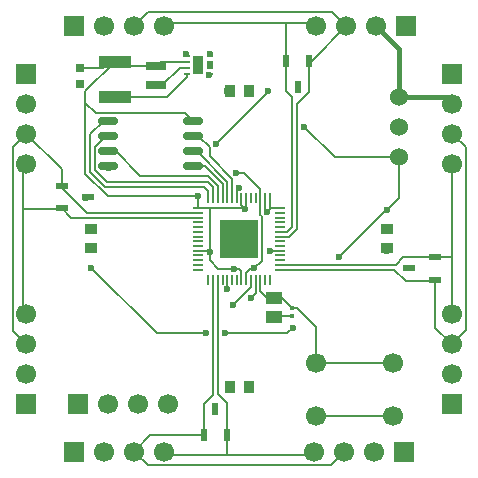
<source format=gbr>
%TF.GenerationSoftware,KiCad,Pcbnew,9.0.6*%
%TF.CreationDate,2025-12-07T19:13:54-08:00*%
%TF.ProjectId,redstone_block,72656473-746f-46e6-955f-626c6f636b2e,rev?*%
%TF.SameCoordinates,Original*%
%TF.FileFunction,Copper,L1,Top*%
%TF.FilePolarity,Positive*%
%FSLAX46Y46*%
G04 Gerber Fmt 4.6, Leading zero omitted, Abs format (unit mm)*
G04 Created by KiCad (PCBNEW 9.0.6) date 2025-12-07 19:13:54*
%MOMM*%
%LPD*%
G01*
G04 APERTURE LIST*
G04 Aperture macros list*
%AMRoundRect*
0 Rectangle with rounded corners*
0 $1 Rounding radius*
0 $2 $3 $4 $5 $6 $7 $8 $9 X,Y pos of 4 corners*
0 Add a 4 corners polygon primitive as box body*
4,1,4,$2,$3,$4,$5,$6,$7,$8,$9,$2,$3,0*
0 Add four circle primitives for the rounded corners*
1,1,$1+$1,$2,$3*
1,1,$1+$1,$4,$5*
1,1,$1+$1,$6,$7*
1,1,$1+$1,$8,$9*
0 Add four rect primitives between the rounded corners*
20,1,$1+$1,$2,$3,$4,$5,0*
20,1,$1+$1,$4,$5,$6,$7,0*
20,1,$1+$1,$6,$7,$8,$9,0*
20,1,$1+$1,$8,$9,$2,$3,0*%
G04 Aperture macros list end*
%TA.AperFunction,ComponentPad*%
%ADD10C,1.524000*%
%TD*%
%TA.AperFunction,SMDPad,CuDef*%
%ADD11R,1.000000X0.950000*%
%TD*%
%TA.AperFunction,SMDPad,CuDef*%
%ADD12R,0.950000X1.000000*%
%TD*%
%TA.AperFunction,ComponentPad*%
%ADD13C,1.700000*%
%TD*%
%TA.AperFunction,SMDPad,CuDef*%
%ADD14RoundRect,0.062500X0.187500X0.062500X-0.187500X0.062500X-0.187500X-0.062500X0.187500X-0.062500X0*%
%TD*%
%TA.AperFunction,HeatsinkPad*%
%ADD15C,0.600000*%
%TD*%
%TA.AperFunction,SMDPad,CuDef*%
%ADD16R,0.900000X1.600000*%
%TD*%
%TA.AperFunction,ComponentPad*%
%ADD17R,1.700000X1.700000*%
%TD*%
%TA.AperFunction,SMDPad,CuDef*%
%ADD18R,0.420000X0.460000*%
%TD*%
%TA.AperFunction,SMDPad,CuDef*%
%ADD19R,1.800000X0.800000*%
%TD*%
%TA.AperFunction,SMDPad,CuDef*%
%ADD20R,1.100000X0.600000*%
%TD*%
%TA.AperFunction,SMDPad,CuDef*%
%ADD21R,0.700000X0.650000*%
%TD*%
%TA.AperFunction,SMDPad,CuDef*%
%ADD22R,2.700000X1.100000*%
%TD*%
%TA.AperFunction,SMDPad,CuDef*%
%ADD23RoundRect,0.162500X-0.650000X-0.162500X0.650000X-0.162500X0.650000X0.162500X-0.650000X0.162500X0*%
%TD*%
%TA.AperFunction,SMDPad,CuDef*%
%ADD24RoundRect,0.050000X-0.387500X-0.050000X0.387500X-0.050000X0.387500X0.050000X-0.387500X0.050000X0*%
%TD*%
%TA.AperFunction,SMDPad,CuDef*%
%ADD25RoundRect,0.050000X-0.050000X-0.387500X0.050000X-0.387500X0.050000X0.387500X-0.050000X0.387500X0*%
%TD*%
%TA.AperFunction,HeatsinkPad*%
%ADD26R,3.200000X3.200000*%
%TD*%
%TA.AperFunction,SMDPad,CuDef*%
%ADD27R,1.470000X1.020000*%
%TD*%
%TA.AperFunction,SMDPad,CuDef*%
%ADD28R,0.600000X1.100000*%
%TD*%
%TA.AperFunction,ViaPad*%
%ADD29C,0.600000*%
%TD*%
%TA.AperFunction,Conductor*%
%ADD30C,0.200000*%
%TD*%
%TA.AperFunction,Conductor*%
%ADD31C,0.400000*%
%TD*%
G04 APERTURE END LIST*
D10*
%TO.P,5v,1,Vin*%
%TO.N,VCC*%
X148500000Y-43000000D03*
%TO.P,5v,2,GND*%
%TO.N,GND*%
X148500000Y-45540000D03*
%TO.P,5v,3,Vout*%
%TO.N,/5V_LOCAL*%
X148500000Y-48080000D03*
%TD*%
D11*
%TO.P,D2,1,K*%
%TO.N,GND*%
X147500000Y-55800000D03*
%TO.P,D2,2,A*%
%TO.N,Net-(D2-A)*%
X147500000Y-54200000D03*
%TD*%
%TO.P,D4,1,K*%
%TO.N,GND*%
X122500000Y-54200000D03*
%TO.P,D4,2,A*%
%TO.N,Net-(D4-A)*%
X122500000Y-55800000D03*
%TD*%
D12*
%TO.P,D3,1,K*%
%TO.N,GND*%
X135800000Y-67500000D03*
%TO.P,D3,2,A*%
%TO.N,Net-(D3-A)*%
X134200000Y-67500000D03*
%TD*%
D13*
%TO.P,SW1,1,A*%
%TO.N,/3.3V_LOCAL*%
X148000000Y-70000000D03*
X141500000Y-70000000D03*
%TO.P,SW1,2,B*%
%TO.N,Net-(SW1-B)*%
X148000000Y-65500000D03*
X141500000Y-65500000D03*
%TD*%
D14*
%TO.P,U3,1,PGND*%
%TO.N,GND*%
X132500000Y-41000000D03*
%TO.P,U3,2,VIN*%
%TO.N,/5V_LOCAL*%
X132500000Y-40500000D03*
%TO.P,U3,3,EN*%
X132500000Y-40000000D03*
%TO.P,U3,4,AGND*%
%TO.N,GND*%
X132500000Y-39500000D03*
%TO.P,U3,5,FB*%
X130600000Y-39500000D03*
%TO.P,U3,6,VOS*%
%TO.N,/3.3V_LOCAL*%
X130600000Y-40000000D03*
%TO.P,U3,7,SW*%
%TO.N,Net-(U3-SW)*%
X130600000Y-40500000D03*
%TO.P,U3,8,PG*%
%TO.N,Net-(U3-PG)*%
X130600000Y-41000000D03*
D15*
%TO.P,U3,9,PAD*%
%TO.N,GND*%
X131550000Y-40750000D03*
D16*
X131550000Y-40250000D03*
D15*
X131550000Y-39750000D03*
%TD*%
D17*
%TO.P,J9,1,Pin_1*%
%TO.N,GND*%
X121380000Y-69000000D03*
D13*
%TO.P,J9,2,Pin_2*%
%TO.N,Net-(J9-Pin_2)*%
X123920000Y-69000000D03*
%TO.P,J9,3,Pin_3*%
%TO.N,Net-(J9-Pin_3)*%
X126460000Y-69000000D03*
%TO.P,J9,4,Pin_4*%
%TO.N,/3.3V_LOCAL*%
X129000000Y-69000000D03*
%TD*%
D18*
%TO.P,C7,1,1*%
%TO.N,Net-(SW1-B)*%
X139500000Y-60840000D03*
%TO.P,C7,2,2*%
%TO.N,GND*%
X139500000Y-61500000D03*
%TD*%
D17*
%TO.P,J8,1,Pin_1*%
%TO.N,GND*%
X116975000Y-69000000D03*
D13*
%TO.P,J8,2,Pin_2*%
%TO.N,VCC*%
X116975000Y-66460000D03*
%TO.P,J8,3,Pin_3*%
%TO.N,/W_TX*%
X116975000Y-63920000D03*
%TO.P,J8,4,Pin_4*%
%TO.N,/W_RX*%
X116975000Y-61380000D03*
%TD*%
D17*
%TO.P,J4,1,Pin_1*%
%TO.N,GND*%
X153000000Y-69000000D03*
D13*
%TO.P,J4,2,Pin_2*%
%TO.N,VCC*%
X153000000Y-66460000D03*
%TO.P,J4,3,Pin_3*%
%TO.N,/E_TX*%
X153000000Y-63920000D03*
%TO.P,J4,4,Pin_4*%
%TO.N,/E_RX*%
X153000000Y-61380000D03*
%TD*%
D19*
%TO.P,L1,1,1*%
%TO.N,/3.3V_LOCAL*%
X128000000Y-40400000D03*
%TO.P,L1,2,2*%
%TO.N,Net-(U3-SW)*%
X128000000Y-42000000D03*
%TD*%
D20*
%TO.P,D18,1,K1*%
%TO.N,/E_TX*%
X151600000Y-58450000D03*
%TO.P,D18,2,K2*%
%TO.N,/E_RX*%
X151600000Y-56550000D03*
%TO.P,D18,3,COM_A*%
%TO.N,GND*%
X149400000Y-57500000D03*
%TD*%
D12*
%TO.P,D1,1,K*%
%TO.N,GND*%
X134200000Y-42500000D03*
%TO.P,D1,2,A*%
%TO.N,Net-(D1-A)*%
X135800000Y-42500000D03*
%TD*%
D17*
%TO.P,J1,1,Pin_1*%
%TO.N,GND*%
X121000000Y-37000000D03*
D13*
%TO.P,J1,2,Pin_2*%
%TO.N,VCC*%
X123540000Y-37000000D03*
%TO.P,J1,3,Pin_3*%
%TO.N,/N_TX*%
X126080000Y-37000000D03*
%TO.P,J1,4,Pin_4*%
%TO.N,/N_RX*%
X128620000Y-37000000D03*
%TD*%
D21*
%TO.P,C5,1,1*%
%TO.N,/3.3V_LOCAL*%
X121500000Y-40500000D03*
%TO.P,C5,2,2*%
%TO.N,GND*%
X121500000Y-41850000D03*
%TD*%
D22*
%TO.P,100k,1*%
%TO.N,/3.3V_LOCAL*%
X124500000Y-40000000D03*
%TO.P,100k,2*%
%TO.N,Net-(U3-PG)*%
X124500000Y-43000000D03*
%TD*%
D17*
%TO.P,J2,1,Pin_1*%
%TO.N,GND*%
X149120000Y-37000000D03*
D13*
%TO.P,J2,2,Pin_2*%
%TO.N,VCC*%
X146580000Y-37000000D03*
%TO.P,J2,3,Pin_3*%
%TO.N,/N_TX*%
X144040000Y-37000000D03*
%TO.P,J2,4,Pin_4*%
%TO.N,/N_RX*%
X141500000Y-37000000D03*
%TD*%
D20*
%TO.P,D21,1,K1*%
%TO.N,/W_TX*%
X120000000Y-50500000D03*
%TO.P,D21,2,K2*%
%TO.N,/W_RX*%
X120000000Y-52400000D03*
%TO.P,D21,3,COM_A*%
%TO.N,GND*%
X122200000Y-51450000D03*
%TD*%
D23*
%TO.P,MEM,1,~{CS}*%
%TO.N,Net-(U1-QSPI_SS)*%
X123912500Y-45000000D03*
%TO.P,MEM,2,DO/IO_{1}*%
%TO.N,Net-(U1-QSPI_SD1)*%
X123912500Y-46270000D03*
%TO.P,MEM,3,~{WP}/IO_{2}*%
%TO.N,Net-(U1-QSPI_SD2)*%
X123912500Y-47540000D03*
%TO.P,MEM,4,GND*%
%TO.N,GND*%
X123912500Y-48810000D03*
%TO.P,MEM,5,DI/IO_{0}*%
%TO.N,Net-(U1-QSPI_SD0)*%
X131087500Y-48810000D03*
%TO.P,MEM,6,CLK*%
%TO.N,Net-(U1-QSPI_SCLK)*%
X131087500Y-47540000D03*
%TO.P,MEM,7,~{HOLD}/~{RESET}/IO_{3}*%
%TO.N,Net-(U1-QSPI_SD3)*%
X131087500Y-46270000D03*
%TO.P,MEM,8,VCC*%
%TO.N,/3.3V_LOCAL*%
X131087500Y-45000000D03*
%TD*%
D17*
%TO.P,J6,1,Pin_1*%
%TO.N,GND*%
X149000000Y-73025000D03*
D13*
%TO.P,J6,2,Pin_2*%
%TO.N,VCC*%
X146460000Y-73025000D03*
%TO.P,J6,3,Pin_3*%
%TO.N,/S_TX*%
X143920000Y-73025000D03*
%TO.P,J6,4,Pin_4*%
%TO.N,/S_RX*%
X141380000Y-73025000D03*
%TD*%
D24*
%TO.P,U1,1,IOVDD*%
%TO.N,/3.3V_LOCAL*%
X131562500Y-52400000D03*
%TO.P,U1,2,GPIO0*%
%TO.N,/W_TX*%
X131562500Y-52800001D03*
%TO.P,U1,3,GPIO1*%
%TO.N,/W_RX*%
X131562500Y-53200000D03*
%TO.P,U1,4,GPIO2*%
%TO.N,unconnected-(U1-GPIO2-Pad4)*%
X131562500Y-53600000D03*
%TO.P,U1,5,GPIO3*%
%TO.N,unconnected-(U1-GPIO3-Pad5)*%
X131562500Y-54000000D03*
%TO.P,U1,6,GPIO4*%
%TO.N,unconnected-(U1-GPIO4-Pad6)*%
X131562500Y-54399999D03*
%TO.P,U1,7,GPIO5*%
%TO.N,unconnected-(U1-GPIO5-Pad7)*%
X131562500Y-54800000D03*
%TO.P,U1,8,GPIO6*%
%TO.N,unconnected-(U1-GPIO6-Pad8)*%
X131562500Y-55200000D03*
%TO.P,U1,9,GPIO7*%
%TO.N,unconnected-(U1-GPIO7-Pad9)*%
X131562500Y-55600001D03*
%TO.P,U1,10,IOVDD*%
%TO.N,/3.3V_LOCAL*%
X131562500Y-56000000D03*
%TO.P,U1,11,GPIO8*%
%TO.N,unconnected-(U1-GPIO8-Pad11)*%
X131562500Y-56400000D03*
%TO.P,U1,12,GPIO9*%
%TO.N,unconnected-(U1-GPIO9-Pad12)*%
X131562500Y-56800000D03*
%TO.P,U1,13,GPIO10*%
%TO.N,unconnected-(U1-GPIO10-Pad13)*%
X131562500Y-57199999D03*
%TO.P,U1,14,GPIO11*%
%TO.N,unconnected-(U1-GPIO11-Pad14)*%
X131562500Y-57600000D03*
D25*
%TO.P,U1,15,GPIO12*%
%TO.N,unconnected-(U1-GPIO12-Pad15)*%
X132400000Y-58437500D03*
%TO.P,U1,16,GPIO13*%
%TO.N,/S_TX*%
X132800001Y-58437500D03*
%TO.P,U1,17,GPIO14*%
%TO.N,/S_RX*%
X133200000Y-58437500D03*
%TO.P,U1,18,GPIO15*%
%TO.N,unconnected-(U1-GPIO15-Pad18)*%
X133600000Y-58437500D03*
%TO.P,U1,19,TESTEN*%
%TO.N,GND*%
X134000000Y-58437500D03*
%TO.P,U1,20,XIN*%
%TO.N,unconnected-(U1-XIN-Pad20)*%
X134399999Y-58437500D03*
%TO.P,U1,21,XOUT*%
%TO.N,unconnected-(U1-XOUT-Pad21)*%
X134800000Y-58437500D03*
%TO.P,U1,22,IOVDD*%
%TO.N,/3.3V_LOCAL*%
X135200000Y-58437500D03*
%TO.P,U1,23,DVDD*%
%TO.N,Net-(U1-VREG_VOUT)*%
X135600001Y-58437500D03*
%TO.P,U1,24,SWCLK*%
%TO.N,Net-(J9-Pin_3)*%
X136000000Y-58437500D03*
%TO.P,U1,25,SWD*%
%TO.N,Net-(J9-Pin_2)*%
X136400000Y-58437500D03*
%TO.P,U1,26,RUN*%
%TO.N,Net-(SW1-B)*%
X136800000Y-58437500D03*
%TO.P,U1,27,GPIO16*%
%TO.N,unconnected-(U1-GPIO16-Pad27)*%
X137199999Y-58437500D03*
%TO.P,U1,28,GPIO17*%
%TO.N,unconnected-(U1-GPIO17-Pad28)*%
X137600000Y-58437500D03*
D24*
%TO.P,U1,29,GPIO18*%
%TO.N,/E_TX*%
X138437500Y-57600000D03*
%TO.P,U1,30,GPIO19*%
%TO.N,/E_RX*%
X138437500Y-57199999D03*
%TO.P,U1,31,GPIO20*%
%TO.N,unconnected-(U1-GPIO20-Pad31)*%
X138437500Y-56800000D03*
%TO.P,U1,32,GPIO21*%
%TO.N,unconnected-(U1-GPIO21-Pad32)*%
X138437500Y-56400000D03*
%TO.P,U1,33,IOVDD*%
%TO.N,/3.3V_LOCAL*%
X138437500Y-56000000D03*
%TO.P,U1,34,GPIO22*%
%TO.N,unconnected-(U1-GPIO22-Pad34)*%
X138437500Y-55600001D03*
%TO.P,U1,35,GPIO23*%
%TO.N,unconnected-(U1-GPIO23-Pad35)*%
X138437500Y-55200000D03*
%TO.P,U1,36,GPIO24*%
%TO.N,/N_TX*%
X138437500Y-54800000D03*
%TO.P,U1,37,GPIO25*%
%TO.N,/N_RX*%
X138437500Y-54399999D03*
%TO.P,U1,38,GPIO26_ADC0*%
%TO.N,unconnected-(U1-GPIO26_ADC0-Pad38)*%
X138437500Y-54000000D03*
%TO.P,U1,39,GPIO27_ADC1*%
%TO.N,unconnected-(U1-GPIO27_ADC1-Pad39)*%
X138437500Y-53600000D03*
%TO.P,U1,40,GPIO28_ADC2*%
%TO.N,unconnected-(U1-GPIO28_ADC2-Pad40)*%
X138437500Y-53200000D03*
%TO.P,U1,41,GPIO29_ADC3*%
%TO.N,unconnected-(U1-GPIO29_ADC3-Pad41)*%
X138437500Y-52800001D03*
%TO.P,U1,42,IOVDD*%
%TO.N,/3.3V_LOCAL*%
X138437500Y-52400000D03*
D25*
%TO.P,U1,43,ADC_AVDD*%
X137600000Y-51562500D03*
%TO.P,U1,44,VREG_IN*%
X137199999Y-51562500D03*
%TO.P,U1,45,VREG_VOUT*%
%TO.N,Net-(U1-VREG_VOUT)*%
X136800000Y-51562500D03*
%TO.P,U1,46,USB_DM*%
%TO.N,unconnected-(U1-USB_DM-Pad46)*%
X136400000Y-51562500D03*
%TO.P,U1,47,USB_DP*%
%TO.N,unconnected-(U1-USB_DP-Pad47)*%
X136000000Y-51562500D03*
%TO.P,U1,48,USB_VDD*%
%TO.N,/3.3V_LOCAL*%
X135600001Y-51562500D03*
%TO.P,U1,49,IOVDD*%
X135200000Y-51562500D03*
%TO.P,U1,50,DVDD*%
%TO.N,Net-(U1-VREG_VOUT)*%
X134800000Y-51562500D03*
%TO.P,U1,51,QSPI_SD3*%
%TO.N,Net-(U1-QSPI_SD3)*%
X134399999Y-51562500D03*
%TO.P,U1,52,QSPI_SCLK*%
%TO.N,Net-(U1-QSPI_SCLK)*%
X134000000Y-51562500D03*
%TO.P,U1,53,QSPI_SD0*%
%TO.N,Net-(U1-QSPI_SD0)*%
X133600000Y-51562500D03*
%TO.P,U1,54,QSPI_SD2*%
%TO.N,Net-(U1-QSPI_SD2)*%
X133200000Y-51562500D03*
%TO.P,U1,55,QSPI_SD1*%
%TO.N,Net-(U1-QSPI_SD1)*%
X132800001Y-51562500D03*
%TO.P,U1,56,QSPI_SS*%
%TO.N,Net-(U1-QSPI_SS)*%
X132400000Y-51562500D03*
D26*
%TO.P,U1,57,GND*%
%TO.N,GND*%
X135000000Y-55000000D03*
%TD*%
D27*
%TO.P,C6,1,1*%
%TO.N,Net-(SW1-B)*%
X138000000Y-60000000D03*
%TO.P,C6,2,2*%
%TO.N,GND*%
X138000000Y-61600000D03*
%TD*%
D17*
%TO.P,J5,1,Pin_1*%
%TO.N,GND*%
X121000000Y-73000000D03*
D13*
%TO.P,J5,2,Pin_2*%
%TO.N,VCC*%
X123540000Y-73000000D03*
%TO.P,J5,3,Pin_3*%
%TO.N,/S_TX*%
X126080000Y-73000000D03*
%TO.P,J5,4,Pin_4*%
%TO.N,/S_RX*%
X128620000Y-73000000D03*
%TD*%
D28*
%TO.P,D17,1,K1*%
%TO.N,/N_TX*%
X140900000Y-39900000D03*
%TO.P,D17,2,K2*%
%TO.N,/N_RX*%
X139000000Y-39900000D03*
%TO.P,D17,3,COM_A*%
%TO.N,GND*%
X139950000Y-42100000D03*
%TD*%
%TO.P,D20,1,K1*%
%TO.N,/S_TX*%
X132050000Y-71600000D03*
%TO.P,D20,2,K2*%
%TO.N,/S_RX*%
X133950000Y-71600000D03*
%TO.P,D20,3,COM_A*%
%TO.N,GND*%
X133000000Y-69400000D03*
%TD*%
D17*
%TO.P,J7,1,Pin_1*%
%TO.N,GND*%
X117000000Y-41000000D03*
D13*
%TO.P,J7,2,Pin_2*%
%TO.N,VCC*%
X117000000Y-43540000D03*
%TO.P,J7,3,Pin_3*%
%TO.N,/W_TX*%
X117000000Y-46080000D03*
%TO.P,J7,4,Pin_4*%
%TO.N,/W_RX*%
X117000000Y-48620000D03*
%TD*%
D17*
%TO.P,J3,1,Pin_1*%
%TO.N,GND*%
X153025000Y-41000000D03*
D13*
%TO.P,J3,2,Pin_2*%
%TO.N,VCC*%
X153025000Y-43540000D03*
%TO.P,J3,3,Pin_3*%
%TO.N,/E_TX*%
X153025000Y-46080000D03*
%TO.P,J3,4,Pin_4*%
%TO.N,/E_RX*%
X153025000Y-48620000D03*
%TD*%
D29*
%TO.N,/5V_LOCAL*%
X132200001Y-63000000D03*
X133036657Y-46981671D03*
X122500000Y-57450000D03*
X132580000Y-40280000D03*
X139600000Y-62500000D03*
X140501000Y-45500000D03*
X143500000Y-56500000D03*
X133800000Y-63000000D03*
X137450000Y-42500000D03*
X147500000Y-52550000D03*
%TO.N,GND*%
X135000000Y-56000000D03*
X132538845Y-39375000D03*
X134000000Y-42500000D03*
X132461137Y-41125000D03*
X134000000Y-54000000D03*
X149400000Y-57500000D03*
X134000000Y-56000000D03*
X136000000Y-55000000D03*
X136000000Y-56000000D03*
X122500000Y-54000000D03*
X122000000Y-51500000D03*
X135000000Y-55000000D03*
X133990306Y-59257819D03*
X135000000Y-54000000D03*
X130503362Y-39375000D03*
X136000000Y-54000000D03*
X121500000Y-42000000D03*
X134000000Y-55000000D03*
X147500000Y-56000000D03*
X138000000Y-61500000D03*
X139950000Y-42100000D03*
X124000000Y-49000000D03*
X136000000Y-67500000D03*
X133000000Y-69500000D03*
%TO.N,/3.3V_LOCAL*%
X137400000Y-52700000D03*
X134533207Y-57506166D03*
X132500000Y-56100000D03*
X131500000Y-51400000D03*
X137624698Y-56000134D03*
X135500000Y-52429998D03*
%TO.N,Net-(U1-VREG_VOUT)*%
X134770000Y-49421471D03*
X134999999Y-50645229D03*
X136300000Y-57500000D03*
%TO.N,Net-(D1-A)*%
X135800000Y-42500000D03*
%TO.N,Net-(D2-A)*%
X147500000Y-54200000D03*
%TO.N,Net-(D3-A)*%
X134200000Y-67500000D03*
%TO.N,Net-(D4-A)*%
X122500000Y-55800000D03*
%TO.N,Net-(J9-Pin_3)*%
X134500000Y-60600000D03*
%TO.N,Net-(J9-Pin_2)*%
X136000000Y-60000000D03*
%TD*%
D30*
%TO.N,/5V_LOCAL*%
X132500000Y-40000000D02*
X132500000Y-40500000D01*
X137450000Y-42568328D02*
X137450000Y-42500000D01*
X132500000Y-40360000D02*
X132580000Y-40280000D01*
X133800000Y-63000000D02*
X139100000Y-63000000D01*
X147500000Y-52550000D02*
X147450000Y-52550000D01*
X143081000Y-48080000D02*
X140501000Y-45500000D01*
X132200001Y-63000000D02*
X128050000Y-63000000D01*
X148500000Y-48080000D02*
X143081000Y-48080000D01*
X132500000Y-40500000D02*
X132500000Y-40360000D01*
X147450000Y-52550000D02*
X143500000Y-56500000D01*
X133036657Y-46981671D02*
X137450000Y-42568328D01*
X139100000Y-63000000D02*
X139600000Y-62500000D01*
X148500000Y-48080000D02*
X148500000Y-51550000D01*
X128050000Y-63000000D02*
X122500000Y-57450000D01*
X148500000Y-51550000D02*
X147500000Y-52550000D01*
%TO.N,GND*%
X122050000Y-51450000D02*
X122000000Y-51500000D01*
X139500000Y-61500000D02*
X138100000Y-61500000D01*
X123912500Y-48912500D02*
X124000000Y-49000000D01*
X122200000Y-51450000D02*
X122050000Y-51450000D01*
X133000000Y-69400000D02*
X133000000Y-69500000D01*
X134000000Y-59248125D02*
X133990306Y-59257819D01*
X138100000Y-61500000D02*
X138000000Y-61600000D01*
X147500000Y-55800000D02*
X147500000Y-56000000D01*
X132500000Y-39413845D02*
X132538845Y-39375000D01*
X130600000Y-39500000D02*
X130600000Y-39471638D01*
X121500000Y-41850000D02*
X121500000Y-42000000D01*
X138000000Y-61600000D02*
X138000000Y-61500000D01*
X123912500Y-48810000D02*
X123912500Y-48912500D01*
X134200000Y-42500000D02*
X134000000Y-42500000D01*
X122500000Y-54200000D02*
X122500000Y-54000000D01*
X134000000Y-58437500D02*
X134000000Y-59248125D01*
X135800000Y-67500000D02*
X136000000Y-67500000D01*
X132500000Y-39500000D02*
X132500000Y-39413845D01*
X132500000Y-41086137D02*
X132461137Y-41125000D01*
X132500000Y-41000000D02*
X132500000Y-41086137D01*
X130600000Y-39471638D02*
X130503362Y-39375000D01*
%TO.N,/3.3V_LOCAL*%
X132500000Y-56100000D02*
X132500000Y-52400000D01*
X135600001Y-51562500D02*
X135600001Y-52329997D01*
X131562500Y-52400000D02*
X132500000Y-52400000D01*
X135600001Y-52329997D02*
X135500000Y-52429998D01*
X124500000Y-40000000D02*
X124000000Y-40000000D01*
X132500000Y-56810000D02*
X133196166Y-57506166D01*
X135470002Y-52400000D02*
X135500000Y-52429998D01*
X131562500Y-56000000D02*
X132400000Y-56000000D01*
X124000000Y-40000000D02*
X123500000Y-40500000D01*
X133196166Y-57506166D02*
X134533207Y-57506166D01*
X132500000Y-52400000D02*
X135470002Y-52400000D01*
X141500000Y-70000000D02*
X148000000Y-70000000D01*
X135200000Y-52129998D02*
X135500000Y-52429998D01*
X137199999Y-52499999D02*
X137400000Y-52700000D01*
X138437500Y-52400000D02*
X137700000Y-52400000D01*
X137199999Y-51562500D02*
X137199999Y-52499999D01*
X123500000Y-40500000D02*
X121500000Y-40500000D01*
X131562500Y-51462500D02*
X131500000Y-51400000D01*
X128400000Y-40000000D02*
X130600000Y-40000000D01*
X121997000Y-42503000D02*
X124500000Y-40000000D01*
X137600000Y-51562500D02*
X137600000Y-52500000D01*
X122871000Y-44374000D02*
X121997000Y-43500000D01*
X137700000Y-52400000D02*
X137400000Y-52700000D01*
X121997000Y-49501190D02*
X121997000Y-43500000D01*
X128000000Y-40400000D02*
X124900000Y-40400000D01*
X131087500Y-45000000D02*
X130461500Y-44374000D01*
X130461500Y-44374000D02*
X122871000Y-44374000D01*
X131500000Y-51400000D02*
X123895810Y-51400000D01*
X135200000Y-57700000D02*
X135006166Y-57506166D01*
X121997000Y-43500000D02*
X121997000Y-42503000D01*
X135200000Y-58437500D02*
X135200000Y-57700000D01*
X138437500Y-56000000D02*
X137624832Y-56000000D01*
X132500000Y-56100000D02*
X132500000Y-56810000D01*
X137624832Y-56000000D02*
X137624698Y-56000134D01*
X135006166Y-57506166D02*
X134533207Y-57506166D01*
X131562500Y-52400000D02*
X131562500Y-51462500D01*
X137600000Y-52500000D02*
X137400000Y-52700000D01*
X123895810Y-51400000D02*
X121997000Y-49501190D01*
X124900000Y-40400000D02*
X124500000Y-40000000D01*
X132400000Y-56000000D02*
X132500000Y-56100000D01*
X128000000Y-40400000D02*
X128400000Y-40000000D01*
X135200000Y-51562500D02*
X135200000Y-52129998D01*
D31*
%TO.N,VCC*%
X152485000Y-43000000D02*
X153025000Y-43540000D01*
X148500000Y-43000000D02*
X148500000Y-38920000D01*
X148500000Y-43000000D02*
X152485000Y-43000000D01*
X148500000Y-38920000D02*
X146580000Y-37000000D01*
D30*
%TO.N,Net-(U1-VREG_VOUT)*%
X136300000Y-57500000D02*
X136302000Y-57500000D01*
X135600001Y-57899999D02*
X136000000Y-57500000D01*
X136000000Y-57500000D02*
X136300000Y-57500000D01*
X136800000Y-52998000D02*
X136901000Y-53099000D01*
X136901000Y-53099000D02*
X136901000Y-56901000D01*
X136800000Y-51562500D02*
X136800000Y-50800000D01*
X134800000Y-51562500D02*
X134800000Y-50845228D01*
X136800000Y-50800000D02*
X135421471Y-49421471D01*
X136800000Y-51562500D02*
X136800000Y-52998000D01*
X134800000Y-50845228D02*
X134999999Y-50645229D01*
X135600001Y-58437500D02*
X135600001Y-57899999D01*
X135421471Y-49421471D02*
X134770000Y-49421471D01*
X136302000Y-57500000D02*
X136901000Y-56901000D01*
%TO.N,/N_RX*%
X139000000Y-42500000D02*
X139500000Y-43000000D01*
X139500000Y-54000000D02*
X139100001Y-54399999D01*
X139000000Y-39900000D02*
X139000000Y-36699000D01*
X141199000Y-36699000D02*
X141500000Y-37000000D01*
X139100001Y-54399999D02*
X138437500Y-54399999D01*
X139000000Y-36699000D02*
X128921000Y-36699000D01*
X128921000Y-36699000D02*
X128620000Y-37000000D01*
X139000000Y-39900000D02*
X139000000Y-42500000D01*
X139000000Y-36699000D02*
X141199000Y-36699000D01*
X139500000Y-43000000D02*
X139500000Y-54000000D01*
%TO.N,/N_TX*%
X138437500Y-54800000D02*
X139265102Y-54800000D01*
X141140000Y-39900000D02*
X144040000Y-37000000D01*
X142864000Y-35824000D02*
X144040000Y-37000000D01*
X139901000Y-54166100D02*
X139901000Y-43599000D01*
X140900000Y-42600000D02*
X140900000Y-39900000D01*
X127256000Y-35824000D02*
X142864000Y-35824000D01*
X139266101Y-54800999D02*
X139901000Y-54166100D01*
X127256000Y-35824000D02*
X126080000Y-37000000D01*
X139901000Y-43599000D02*
X140900000Y-42600000D01*
X140900000Y-39900000D02*
X141140000Y-39900000D01*
X139265102Y-54800000D02*
X139266101Y-54800999D01*
%TO.N,/E_TX*%
X154176000Y-62744000D02*
X153000000Y-63920000D01*
X154176000Y-47231000D02*
X154176000Y-57000000D01*
X151449000Y-58601000D02*
X151600000Y-58450000D01*
X154176000Y-57000000D02*
X154176000Y-58998765D01*
X151600000Y-62520000D02*
X151600000Y-58450000D01*
X148100000Y-57600000D02*
X149101000Y-58601000D01*
X154176000Y-59000000D02*
X154176000Y-62744000D01*
X151600000Y-62520000D02*
X153000000Y-63920000D01*
X153025000Y-46080000D02*
X154176000Y-47231000D01*
X138437500Y-57600000D02*
X148100000Y-57600000D01*
X154174765Y-59000000D02*
X154176000Y-59000000D01*
X149101000Y-58601000D02*
X151449000Y-58601000D01*
X154176000Y-58998765D02*
X154174765Y-59000000D01*
%TO.N,/E_RX*%
X153025000Y-56500000D02*
X153025000Y-57000000D01*
X148898000Y-56550000D02*
X151600000Y-56550000D01*
X153025000Y-48620000D02*
X153025000Y-56500000D01*
X153025000Y-61355000D02*
X153000000Y-61380000D01*
X152975000Y-56550000D02*
X153025000Y-56500000D01*
X148248001Y-57199999D02*
X148898000Y-56550000D01*
X138437500Y-57199999D02*
X148248001Y-57199999D01*
X151600000Y-56550000D02*
X152975000Y-56550000D01*
X153025000Y-57000000D02*
X153025000Y-61355000D01*
%TO.N,/S_RX*%
X134000000Y-73301000D02*
X141104000Y-73301000D01*
X133950000Y-68898000D02*
X133950000Y-71600000D01*
X128921000Y-73301000D02*
X128620000Y-73000000D01*
X132500000Y-73301000D02*
X128921000Y-73301000D01*
X133950000Y-73251000D02*
X134000000Y-73301000D01*
X132500000Y-73301000D02*
X134000000Y-73301000D01*
X133200000Y-68148000D02*
X133950000Y-68898000D01*
X133200000Y-58437500D02*
X133200000Y-68148000D01*
X141104000Y-73301000D02*
X141380000Y-73025000D01*
X133950000Y-71600000D02*
X133950000Y-73251000D01*
%TO.N,/S_TX*%
X143920000Y-73025000D02*
X142769000Y-74176000D01*
X132050000Y-68950000D02*
X132050000Y-71600000D01*
X132800001Y-58437500D02*
X132800001Y-68199999D01*
X142769000Y-74176000D02*
X127256000Y-74176000D01*
X132800001Y-68199999D02*
X132050000Y-68950000D01*
X126080000Y-73000000D02*
X127480000Y-71600000D01*
X127480000Y-71600000D02*
X132050000Y-71600000D01*
X127256000Y-74176000D02*
X126080000Y-73000000D01*
%TO.N,/W_RX*%
X119900000Y-52500000D02*
X120000000Y-52400000D01*
X120800000Y-53200000D02*
X120000000Y-52400000D01*
X116699000Y-52500000D02*
X116699000Y-48921000D01*
X131562500Y-53200000D02*
X120800000Y-53200000D01*
X116699000Y-48921000D02*
X117000000Y-48620000D01*
X116699000Y-52500000D02*
X119900000Y-52500000D01*
X116699000Y-52500000D02*
X116699000Y-61104000D01*
X116699000Y-61104000D02*
X116975000Y-61380000D01*
%TO.N,/W_TX*%
X131562500Y-52800001D02*
X122098001Y-52800001D01*
X115824000Y-62769000D02*
X116975000Y-63920000D01*
X115824000Y-47256000D02*
X115824000Y-62769000D01*
X120000000Y-49080000D02*
X117000000Y-46080000D01*
X120000000Y-50702000D02*
X120000000Y-50500000D01*
X120000000Y-50500000D02*
X120000000Y-49080000D01*
X117000000Y-46080000D02*
X115824000Y-47256000D01*
X122098001Y-52800001D02*
X120000000Y-50702000D01*
%TO.N,Net-(J9-Pin_3)*%
X136000000Y-59100000D02*
X134500000Y-60600000D01*
X136000000Y-58437500D02*
X136000000Y-59100000D01*
%TO.N,Net-(J9-Pin_2)*%
X136400000Y-59600000D02*
X136400000Y-58437500D01*
X136000000Y-60000000D02*
X136400000Y-59600000D01*
%TO.N,Net-(U3-SW)*%
X130000000Y-40500000D02*
X130600000Y-40500000D01*
X128500000Y-42000000D02*
X130000000Y-40500000D01*
X128000000Y-42000000D02*
X128500000Y-42000000D01*
%TO.N,Net-(U3-PG)*%
X128902000Y-43000000D02*
X130600000Y-41302000D01*
X124500000Y-43000000D02*
X128902000Y-43000000D01*
X130600000Y-41302000D02*
X130600000Y-41000000D01*
%TO.N,Net-(U1-QSPI_SD2)*%
X133200000Y-50475975D02*
X132362012Y-49637987D01*
X132362012Y-49637987D02*
X126637987Y-49637987D01*
X126637987Y-49637987D02*
X124540000Y-47540000D01*
X133200000Y-51562500D02*
X133200000Y-50475975D01*
X124540000Y-47540000D02*
X123912500Y-47540000D01*
X124490005Y-47635000D02*
X123912500Y-47635000D01*
%TO.N,Net-(U1-QSPI_SCLK)*%
X131493225Y-47635000D02*
X131087500Y-47635000D01*
X134000000Y-50141775D02*
X131493225Y-47635000D01*
X134000000Y-51562500D02*
X134000000Y-50141775D01*
%TO.N,Net-(U1-QSPI_SS)*%
X122398000Y-49335090D02*
X122398000Y-46152001D01*
X123550001Y-45000000D02*
X123912500Y-45000000D01*
X132400000Y-51562500D02*
X132400000Y-50900000D01*
X123405000Y-45095000D02*
X123912500Y-45095000D01*
X132400000Y-50900000D02*
X132072537Y-50572537D01*
X122398000Y-46152001D02*
X123550001Y-45000000D01*
X123635447Y-50572537D02*
X122398000Y-49335090D01*
X132072537Y-50572537D02*
X123635447Y-50572537D01*
%TO.N,Net-(U1-QSPI_SD3)*%
X132500000Y-47250000D02*
X131615000Y-46365000D01*
X134399999Y-49899999D02*
X132500000Y-48000000D01*
X131615000Y-46365000D02*
X131087500Y-46365000D01*
X134399999Y-51562500D02*
X134399999Y-49899999D01*
X132500000Y-48000000D02*
X132500000Y-47250000D01*
%TO.N,Net-(U1-QSPI_SD0)*%
X133600000Y-50308875D02*
X132101125Y-48810000D01*
X132101125Y-48810000D02*
X131087500Y-48810000D01*
X133600000Y-51562500D02*
X133600000Y-50308875D01*
%TO.N,Net-(U1-QSPI_SD1)*%
X132328462Y-50171537D02*
X123801547Y-50171537D01*
X132800001Y-51562500D02*
X132800001Y-50643076D01*
X123801547Y-50171537D02*
X122799000Y-49168990D01*
X132800001Y-50643076D02*
X132328462Y-50171537D01*
X122799000Y-47181010D02*
X123710010Y-46270000D01*
X122799000Y-49168990D02*
X122799000Y-47181010D01*
X123710010Y-46270000D02*
X123912500Y-46270000D01*
%TO.N,Net-(SW1-B)*%
X141500000Y-65500000D02*
X148000000Y-65500000D01*
X137367100Y-60000000D02*
X138000000Y-60000000D01*
X136800000Y-59432900D02*
X137367100Y-60000000D01*
X136800000Y-58437500D02*
X136800000Y-59432900D01*
X138000000Y-60000000D02*
X138660000Y-60000000D01*
X139910000Y-60840000D02*
X141500000Y-62430000D01*
X141500000Y-62430000D02*
X141500000Y-65500000D01*
X139500000Y-60840000D02*
X139910000Y-60840000D01*
X138660000Y-60000000D02*
X139500000Y-60840000D01*
%TO.N,unconnected-(U1-GPIO11-Pad14)*%
X131562500Y-57600000D02*
X131400000Y-57600000D01*
%TD*%
M02*

</source>
